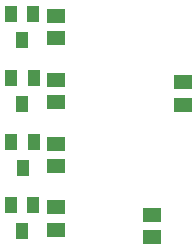
<source format=gbr>
G04 EAGLE Gerber X2 export*
G75*
%MOMM*%
%FSLAX34Y34*%
%LPD*%
%AMOC8*
5,1,8,0,0,1.08239X$1,22.5*%
G01*
%ADD10R,1.500000X1.300000*%
%ADD11R,1.000000X1.400000*%


D10*
X-160700Y200900D03*
X-160700Y181900D03*
D11*
X-287400Y96500D03*
X-306400Y96500D03*
X-296900Y74500D03*
X-286800Y150200D03*
X-305800Y150200D03*
X-296300Y128200D03*
X-286900Y204200D03*
X-305900Y204200D03*
X-296400Y182200D03*
X-287000Y258200D03*
X-306000Y258200D03*
X-296500Y236200D03*
D10*
X-268100Y75900D03*
X-268100Y94900D03*
X-268000Y129900D03*
X-268000Y148900D03*
X-267900Y183900D03*
X-267900Y202900D03*
X-267800Y237900D03*
X-267800Y256900D03*
X-187000Y88500D03*
X-187000Y69500D03*
M02*

</source>
